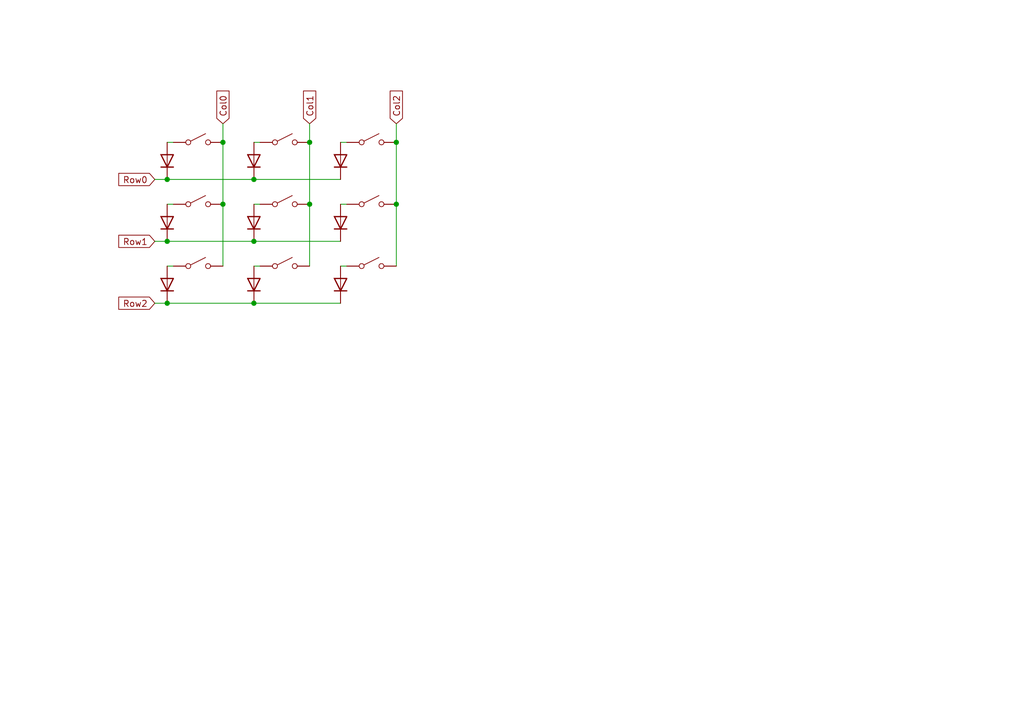
<source format=kicad_sch>
(kicad_sch (version 20211123) (generator eeschema)
  (paper "A5")
  (lib_symbols
    (symbol "Device:D" (pin_numbers hide) (pin_names (offset 1.016) hide)
      (property "Reference" "D" (at 0 2.54 0))
      (property "Value" "D" (at 0 -2.54 0))
      (symbol "D_0_1"
        (polyline (pts (xy -1.27 1.27) (xy -1.27 -1.27)) (stroke (width 0.254)))
        (polyline (pts (xy 1.27 0) (xy -1.27 0)))
        (polyline (pts (xy 1.27 1.27) (xy 1.27 -1.27) (xy -1.27 0) (xy 1.27 1.27)) (stroke (width 0.254)))
      )
      (symbol "D_1_1"
        (pin passive line (at -3.81 0 0) (length 2.54) (name "K") (number "1"))
        (pin passive line (at 3.81 0 180) (length 2.54) (name "A") (number "2"))
      )
    )
    (symbol "Switch:SW_SPST" (pin_numbers hide) (pin_names (offset 0) hide)
      (property "Reference" "SW" (at 0 3.175 0))
      (property "Value" "SW_SPST" (at 0 -2.54 0))
      (symbol "SW_SPST_0_0"
        (circle (center -2.032 0) (radius 0.508))
        (polyline (pts (xy -1.524 0.254) (xy 1.524 1.778)))
        (circle (center 2.032 0) (radius 0.508))
      )
      (symbol "SW_SPST_1_1"
        (pin passive line (at -5.08 0 0) (length 2.54) (name "A") (number "1"))
        (pin passive line (at 5.08 0 180) (length 2.54) (name "B") (number "2"))
      )
    )
  )
  (junction (at 81.28 41.91))
  (junction (at 34.29 62.23))
  (junction (at 45.72 41.91))
  (junction (at 45.72 29.21))
  (junction (at 52.07 49.53))
  (junction (at 52.07 36.83))
  (junction (at 63.5 41.91))
  (junction (at 34.29 36.83))
  (junction (at 52.07 62.23))
  (junction (at 63.5 29.21))
  (junction (at 81.28 29.21))
  (junction (at 34.29 49.53))
  (wire (pts (xy 34.29 49.53) (xy 52.07 49.53)))
  (wire (pts (xy 52.07 62.23) (xy 69.85 62.23)))
  (wire (pts (xy 69.85 54.61) (xy 71.12 54.61)))
  (wire (pts (xy 34.29 54.61) (xy 35.56 54.61)))
  (wire (pts (xy 81.28 41.91) (xy 81.28 54.61)))
  (wire (pts (xy 52.07 29.21) (xy 53.34 29.21)))
  (wire (pts (xy 45.72 25.4) (xy 45.72 29.21)))
  (wire (pts (xy 45.72 41.91) (xy 45.72 54.61)))
  (wire (pts (xy 52.07 54.61) (xy 53.34 54.61)))
  (wire (pts (xy 63.5 25.4) (xy 63.5 29.21)))
  (wire (pts (xy 81.28 25.4) (xy 81.28 29.21)))
  (wire (pts (xy 45.72 29.21) (xy 45.72 41.91)))
  (wire (pts (xy 63.5 29.21) (xy 63.5 41.91)))
  (wire (pts (xy 34.29 36.83) (xy 52.07 36.83)))
  (wire (pts (xy 31.75 62.23) (xy 34.29 62.23)))
  (wire (pts (xy 69.85 41.91) (xy 71.12 41.91)))
  (wire (pts (xy 34.29 29.21) (xy 35.56 29.21)))
  (wire (pts (xy 63.5 41.91) (xy 63.5 54.61)))
  (wire (pts (xy 81.28 29.21) (xy 81.28 41.91)))
  (wire (pts (xy 34.29 41.91) (xy 35.56 41.91)))
  (wire (pts (xy 31.75 49.53) (xy 34.29 49.53)))
  (wire (pts (xy 52.07 36.83) (xy 69.85 36.83)))
  (wire (pts (xy 31.75 36.83) (xy 34.29 36.83)))
  (wire (pts (xy 52.07 41.91) (xy 53.34 41.91)))
  (wire (pts (xy 34.29 62.23) (xy 52.07 62.23)))
  (wire (pts (xy 69.85 29.21) (xy 71.12 29.21)))
  (wire (pts (xy 52.07 49.53) (xy 69.85 49.53)))
  (global_label "Col0" (shape input) (at 45.72 25.4 90) (property "Intersheet References" "${INTERSHEET_REFS}" (effects hide)))
  (global_label "Row2" (shape input) (at 31.75 62.23 180) (property "Intersheet References" "${INTERSHEET_REFS}" (effects hide)))
  (global_label "Row0" (shape input) (at 31.75 36.83 180) (property "Intersheet References" "${INTERSHEET_REFS}" (effects hide)))
  (global_label "Row1" (shape input) (at 31.75 49.53 180) (property "Intersheet References" "${INTERSHEET_REFS}" (effects hide)))
  (global_label "Col1" (shape input) (at 63.5 25.4 90) (property "Intersheet References" "${INTERSHEET_REFS}" (effects hide)))
  (global_label "Col2" (shape input) (at 81.28 25.4 90) (property "Intersheet References" "${INTERSHEET_REFS}" (effects hide)))
  (symbol (lib_id "Device:D") (at 34.29 33.02 90) (unit 1)
    (property "Reference" "D?" (effects hide))
    (property "Value" "1N4148W" (effects hide))
    (property "Footprint" "Custom_Parts:D_SOD-123" (effects hide))
    (property "Datasheet" "https://www.lcsc.com/product-detail/C2892570.html" (effects hide))
    (property "Part#" "C2892570" (effects hide))
    (property "Supplier" "LCSC" (effects hide))
  )
  (symbol (lib_id "Device:D") (at 69.85 58.42 90) (unit 1)
    (property "Reference" "D?" (effects hide))
    (property "Value" "1N4148W" (effects hide))
    (property "Footprint" "Custom_Parts:D_SOD-123" (effects hide))
    (property "Datasheet" "https://www.lcsc.com/product-detail/C2892570.html" (effects hide))
    (property "Part#" "C2892570" (effects hide))
    (property "Supplier" "LCSC" (effects hide))
  )
  (symbol (lib_id "Switch:SW_SPST") (at 58.42 41.91 0) (unit 1)
    (property "Reference" "SW?" (effects hide))
    (property "Value" "SW_SPST" (effects hide))
  )
  (symbol (lib_id "Switch:SW_SPST") (at 76.2 41.91 0) (unit 1)
    (property "Reference" "SW?" (effects hide))
    (property "Value" "SW_SPST" (effects hide))
  )
  (symbol (lib_id "Switch:SW_SPST") (at 58.42 29.21 0) (unit 1)
    (property "Reference" "SW?" (effects hide))
    (property "Value" "SW_SPST" (effects hide))
  )
  (symbol (lib_id "Device:D") (at 52.07 58.42 90) (unit 1)
    (property "Reference" "D?" (effects hide))
    (property "Value" "1N4148W" (effects hide))
    (property "Footprint" "Custom_Parts:D_SOD-123" (effects hide))
    (property "Datasheet" "https://www.lcsc.com/product-detail/C2892570.html" (effects hide))
    (property "Part#" "C2892570" (effects hide))
    (property "Supplier" "LCSC" (effects hide))
  )
  (symbol (lib_id "Device:D") (at 34.29 58.42 90) (unit 1)
    (property "Reference" "D?" (effects hide))
    (property "Value" "1N4148W" (effects hide))
    (property "Footprint" "Custom_Parts:D_SOD-123" (effects hide))
    (property "Datasheet" "https://www.lcsc.com/product-detail/C2892570.html" (effects hide))
    (property "Part#" "C2892570" (effects hide))
    (property "Supplier" "LCSC" (effects hide))
  )
  (symbol (lib_id "Device:D") (at 69.85 33.02 90) (unit 1)
    (property "Reference" "D?" (effects hide))
    (property "Value" "1N4148W" (effects hide))
    (property "Footprint" "Custom_Parts:D_SOD-123" (effects hide))
    (property "Datasheet" "https://www.lcsc.com/product-detail/C2892570.html" (effects hide))
    (property "Part#" "C2892570" (effects hide))
    (property "Supplier" "LCSC" (effects hide))
  )
  (symbol (lib_id "Device:D") (at 69.85 45.72 90) (unit 1)
    (property "Reference" "D?" (effects hide))
    (property "Value" "1N4148W" (effects hide))
    (property "Footprint" "Custom_Parts:D_SOD-123" (effects hide))
    (property "Datasheet" "https://www.lcsc.com/product-detail/C2892570.html" (effects hide))
    (property "Part#" "C2892570" (effects hide))
    (property "Supplier" "LCSC" (effects hide))
  )
  (symbol (lib_id "Switch:SW_SPST") (at 40.64 29.21 0) (unit 1)
    (property "Reference" "SW?" (effects hide))
    (property "Value" "SW_SPST" (effects hide))
  )
  (symbol (lib_id "Switch:SW_SPST") (at 76.2 54.61 0) (unit 1)
    (property "Reference" "SW?" (effects hide))
    (property "Value" "SW_SPST" (effects hide))
  )
  (symbol (lib_id "Switch:SW_SPST") (at 76.2 29.21 0) (unit 1)
    (property "Reference" "SW?" (effects hide))
    (property "Value" "SW_SPST" (effects hide))
  )
  (symbol (lib_id "Switch:SW_SPST") (at 40.64 41.91 0) (unit 1)
    (property "Reference" "SW?" (effects hide))
    (property "Value" "SW_SPST" (effects hide))
  )
  (symbol (lib_id "Device:D") (at 34.29 45.72 90) (unit 1)
    (property "Reference" "D?" (effects hide))
    (property "Value" "1N4148W" (effects hide))
    (property "Footprint" "Custom_Parts:D_SOD-123" (effects hide))
    (property "Datasheet" "https://www.lcsc.com/product-detail/C2892570.html" (effects hide))
    (property "Part#" "C2892570" (effects hide))
    (property "Supplier" "LCSC" (effects hide))
  )
  (symbol (lib_id "Switch:SW_SPST") (at 40.64 54.61 0) (unit 1)
    (property "Reference" "SW?" (effects hide))
    (property "Value" "SW_SPST" (effects hide))
  )
  (symbol (lib_id "Device:D") (at 52.07 45.72 90) (unit 1)
    (property "Reference" "D?" (effects hide))
    (property "Value" "1N4148W" (effects hide))
    (property "Footprint" "Custom_Parts:D_SOD-123" (effects hide))
    (property "Datasheet" "https://www.lcsc.com/product-detail/C2892570.html" (effects hide))
    (property "Part#" "C2892570" (effects hide))
    (property "Supplier" "LCSC" (effects hide))
  )
  (symbol (lib_id "Device:D") (at 52.07 33.02 90) (unit 1)
    (property "Reference" "D?" (effects hide))
    (property "Value" "1N4148W" (effects hide))
    (property "Footprint" "Custom_Parts:D_SOD-123" (effects hide))
    (property "Datasheet" "https://www.lcsc.com/product-detail/C2892570.html" (effects hide))
    (property "Part#" "C2892570" (effects hide))
    (property "Supplier" "LCSC" (effects hide))
  )
  (symbol (lib_id "Switch:SW_SPST") (at 58.42 54.61 0) (unit 1)
    (property "Reference" "SW?" (effects hide))
    (property "Value" "SW_SPST" (effects hide))
  )
)
</source>
